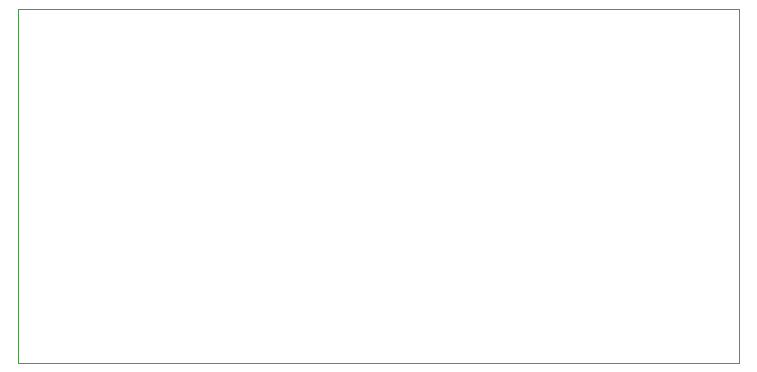
<source format=gbr>
%TF.GenerationSoftware,Altium Limited,Altium Designer,23.7.1 (13)*%
G04 Layer_Color=0*
%FSLAX45Y45*%
%MOMM*%
%TF.SameCoordinates,30466DDA-3D0C-41F1-AC50-7AA24E5CAA7F*%
%TF.FilePolarity,Positive*%
%TF.FileFunction,Profile,NP*%
%TF.Part,Single*%
G01*
G75*
%TA.AperFunction,Profile*%
%ADD19C,0.02540*%
D19*
X0Y0D02*
Y3000000D01*
X6100000D01*
Y0D01*
X0D01*
%TF.MD5,9efc55340f3912b649b7c281f9e5612c*%
M02*

</source>
